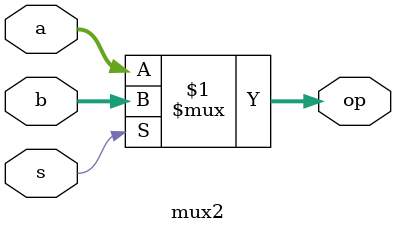
<source format=v>
module mux2 #(parameter WIDTH=8)(
    input[WIDTH-1:0] a,b,
    input s,
    output[WIDTH-1:0] op
);
    assign op=s?b:a;
endmodule
</source>
